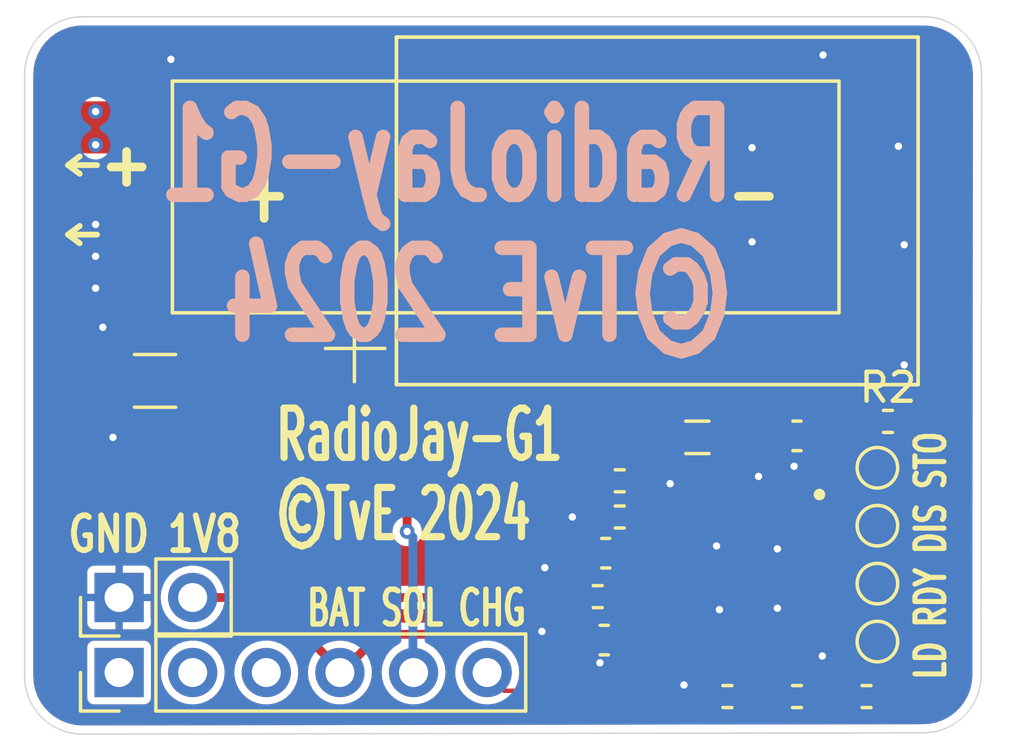
<source format=kicad_pcb>
(kicad_pcb (version 20240108) (generator "pcbnew") (generator_version "8.0")
  (layers (0 "F.Cu" signal) (31 "B.Cu" signal) (34 "B.Paste" user) (35 "F.Paste" user) (36 "B.SilkS" user "B.Silkscreen") (37 "F.SilkS" user "F.Silkscreen") (38 "B.Mask" user) (39 "F.Mask" user) (44 "Edge.Cuts" user))
  (net 0 "")
  (net 1 "GNDREF")
  (net 5 "Net-(U4-EN_HP)")
  (net 6 "+1V8")
  (net 7 "Net-(U4-BUFSRC)")
  (net 8 "Net-(U4-VINT)")
  (net 9 "Net-(U4-LIN)")
  (net 10 "Net-(U4-LOUT)")
  (net 11 "Net-(U4-STO_PRIO)")
  (net 12 "Net-(U4-STO_CFG[1])")
  (net 13 "Net-(U4-R_MPP[0])")
  (net 14 "Net-(U4-R_MPP[1])")
  (net 15 "Net-(U4-R_MPP[2])")
  (net 16 "Net-(U4-ST_LOAD)")
  (net 17 "Net-(U4-ST_STO_RDY)")
  (net 18 "Net-(U4-ST_STO)")
  (net 19 "Net-(U4-ST_STO_OVDIS)")
  (net 24 "/PWR_SLEEP")
  (net 25 "/BAT_CHARGE")
  (net 27 "/SOLAR")
  (net 28 "/VBAT")
  (footprint "Mostag:QFN40P500X500X85-41N-D" (layer "F.Cu") (at 75.525 34.5 -90)
    (property "Reference" "U4" (hide yes))
    (property "Value" "AEM10330-QFN" (hide yes))
    (fp_circle (center -2.875 -2.4) (end -2.875 -2.3) (stroke (width 0.2)) (fill none) (layer "F.SilkS"))
    (pad "1" smd rect (at -2.5 -1.8) (size 0.2 0.75) (layers "F.Cu" "F.Paste" "F.Mask") (net 27 "/SOLAR"))
    (pad "2" smd rect (at -2.5 -1.4) (size 0.2 0.75) (layers "F.Cu" "F.Paste" "F.Mask"))
    (pad "3" smd rect (at -2.5 -1) (size 0.2 0.75) (layers "F.Cu" "F.Paste" "F.Mask") (net 27 "/SOLAR"))
    (pad "4" smd rect (at -2.5 -0.6) (size 0.2 0.75) (layers "F.Cu" "F.Paste" "F.Mask") (net 1 "GNDREF"))
    (pad "5" smd rect (at -2.5 -0.2) (size 0.2 0.75) (layers "F.Cu" "F.Paste" "F.Mask") (net 1 "GNDREF"))
    (pad "6" smd rect (at -2.5 0.2) (size 0.2 0.75) (layers "F.Cu" "F.Paste" "F.Mask") (net 1 "GNDREF"))
    (pad "7" smd rect (at -2.5 0.6) (size 0.2 0.75) (layers "F.Cu" "F.Paste" "F.Mask") (net 7 "Net-(U4-BUFSRC)"))
    (pad "8" smd rect (at -2.5 1) (size 0.2 0.75) (layers "F.Cu" "F.Paste" "F.Mask") (net 9 "Net-(U4-LIN)"))
    (pad "9" smd rect (at -2.5 1.4) (size 0.2 0.75) (layers "F.Cu" "F.Paste" "F.Mask") (net 10 "Net-(U4-LOUT)"))
    (pad "10" smd rect (at -2.5 1.8) (size 0.2 0.75) (layers "F.Cu" "F.Paste" "F.Mask") (net 1 "GNDREF"))
    (pad "11" smd rect (at -1.8 2.5 270) (size 0.2 0.75) (layers "F.Cu" "F.Paste" "F.Mask") (net 15 "Net-(U4-R_MPP[2])"))
    (pad "12" smd rect (at -1.4 2.5 270) (size 0.2 0.75) (layers "F.Cu" "F.Paste" "F.Mask") (net 14 "Net-(U4-R_MPP[1])"))
    (pad "13" smd rect (at -1 2.5 270) (size 0.2 0.75) (layers "F.Cu" "F.Paste" "F.Mask") (net 8 "Net-(U4-VINT)"))
    (pad "14" smd rect (at -0.6 2.5 270) (size 0.2 0.75) (layers "F.Cu" "F.Paste" "F.Mask") (net 1 "GNDREF"))
    (pad "15" smd rect (at -0.2 2.5 270) (size 0.2 0.75) (layers "F.Cu" "F.Paste" "F.Mask") (net 13 "Net-(U4-R_MPP[0])"))
    (pad "16" smd rect (at 0.2 2.5 270) (size 0.2 0.75) (layers "F.Cu" "F.Paste" "F.Mask") (net 1 "GNDREF"))
    (pad "17" smd rect (at 0.6 2.5 270) (size 0.2 0.75) (layers "F.Cu" "F.Paste" "F.Mask") (net 6 "+1V8"))
    (pad "18" smd rect (at 1 2.5 270) (size 0.2 0.75) (layers "F.Cu" "F.Paste" "F.Mask") (net 1 "GNDREF"))
    (pad "19" smd rect (at 1.4 2.5 270) (size 0.2 0.75) (layers "F.Cu" "F.Paste" "F.Mask") (net 28 "/VBAT"))
    (pad "20" smd rect (at 1.8 2.5 270) (size 0.2 0.75) (layers "F.Cu" "F.Paste" "F.Mask") (net 25 "/BAT_CHARGE"))
    (pad "21" smd rect (at 2.5 1.8) (size 0.2 0.75) (layers "F.Cu" "F.Paste" "F.Mask"))
    (pad "22" smd rect (at 2.5 1.4) (size 0.2 0.75) (layers "F.Cu" "F.Paste" "F.Mask"))
    (pad "23" smd rect (at 2.5 1) (size 0.2 0.75) (layers "F.Cu" "F.Paste" "F.Mask"))
    (pad "24" smd rect (at 2.5 0.6) (size 0.2 0.75) (layers "F.Cu" "F.Paste" "F.Mask") (net 1 "GNDREF"))
    (pad "25" smd rect (at 2.5 0.2) (size 0.2 0.75) (layers "F.Cu" "F.Paste" "F.Mask"))
    (pad "26" smd rect (at 2.5 -0.2) (size 0.2 0.75) (layers "F.Cu" "F.Paste" "F.Mask") (net 1 "GNDREF"))
    (pad "27" smd rect (at 2.5 -0.6) (size 0.2 0.75) (layers "F.Cu" "F.Paste" "F.Mask") (net 1 "GNDREF"))
    (pad "28" smd rect (at 2.5 -1) (size 0.2 0.75) (layers "F.Cu" "F.Paste" "F.Mask") (net 5 "Net-(U4-EN_HP)"))
    (pad "29" smd rect (at 2.5 -1.4) (size 0.2 0.75) (layers "F.Cu" "F.Paste" "F.Mask") (net 11 "Net-(U4-STO_PRIO)"))
    (pad "30" smd rect (at 2.5 -1.8) (size 0.2 0.75) (layers "F.Cu" "F.Paste" "F.Mask") (net 1 "GNDREF"))
    (pad "31" smd rect (at 1.8 -2.5 270) (size 0.2 0.75) (layers "F.Cu" "F.Paste" "F.Mask") (net 1 "GNDREF"))
    (pad "32" smd rect (at 1.4 -2.5 270) (size 0.2 0.75) (layers "F.Cu" "F.Paste" "F.Mask") (net 1 "GNDREF"))
    (pad "33" smd rect (at 1 -2.5 270) (size 0.2 0.75) (layers "F.Cu" "F.Paste" "F.Mask") (net 1 "GNDREF"))
    (pad "34" smd rect (at 0.6 -2.5 270) (size 0.2 0.75) (layers "F.Cu" "F.Paste" "F.Mask") (net 12 "Net-(U4-STO_CFG[1])"))
    (pad "35" smd rect (at 0.2 -2.5 270) (size 0.2 0.75) (layers "F.Cu" "F.Paste" "F.Mask") (net 1 "GNDREF"))
    (pad "36" smd rect (at -0.2 -2.5 270) (size 0.2 0.75) (layers "F.Cu" "F.Paste" "F.Mask") (net 16 "Net-(U4-ST_LOAD)"))
    (pad "37" smd rect (at -0.6 -2.5 270) (size 0.2 0.75) (layers "F.Cu" "F.Paste" "F.Mask") (net 17 "Net-(U4-ST_STO_RDY)"))
    (pad "38" smd rect (at -1 -2.5 270) (size 0.2 0.75) (layers "F.Cu" "F.Paste" "F.Mask") (net 19 "Net-(U4-ST_STO_OVDIS)"))
    (pad "39" smd rect (at -1.4 -2.5 270) (size 0.2 0.75) (layers "F.Cu" "F.Paste" "F.Mask") (net 24 "/PWR_SLEEP"))
    (pad "40" smd rect (at -1.8 -2.5 270) (size 0.2 0.75) (layers "F.Cu" "F.Paste" "F.Mask") (net 18 "Net-(U4-ST_STO)"))
    (pad "41" smd rect (at 0 0 270) (size 3.25 3.25) (layers "F.Cu" "F.Paste" "F.Mask") (net 1 "GNDREF"))
  )
  (footprint "TestPoint:TestPoint_Pad_D1.0mm" (layer "F.Cu") (at 79.925 34.7 90)
    (property "Reference" "TP3" (hide yes))
    (property "Value" "TestPoint" (hide yes))
    (fp_circle (center 0 0) (end 0 0.7) (stroke (width 0.12)) (fill none) (layer "F.SilkS"))
    (pad "1" smd circle (at 0 0 90) (size 1 1) (layers "F.Cu" "F.Mask") (net 17 "Net-(U4-ST_STO_RDY)"))
  )
  (footprint "Connector_PinHeader_2.54mm:PinHeader_1x02_P2.54mm_Vertical" (layer "F.Cu") (at 53.76 35.18 90)
    (property "Reference" "J2" (hide yes))
    (property "Value" "Conn_01x02_Pin" (hide yes))
    (fp_line (start -1.33 -1.33) (end 0 -1.33) (stroke (width 0.12)) (layer "F.SilkS"))
    (fp_line (start -1.33 0) (end -1.33 -1.33) (stroke (width 0.12)) (layer "F.SilkS"))
    (fp_line (start 1.33 1.27) (end 1.33 3.87) (stroke (width 0.12)) (layer "F.SilkS"))
    (fp_line (start -1.33 1.27) (end 1.33 1.27) (stroke (width 0.12)) (layer "F.SilkS"))
    (fp_line (start -1.33 1.27) (end -1.33 3.87) (stroke (width 0.12)) (layer "F.SilkS"))
    (fp_line (start -1.33 3.87) (end 1.33 3.87) (stroke (width 0.12)) (layer "F.SilkS"))
    (pad "1" thru_hole rect (at 0 0 90) (size 1.7 1.7) (drill 1) (layers "*.Cu" "*.Mask") (net 1 "GNDREF"))
    (pad "2" thru_hole oval (at 0 2.54 90) (size 1.7 1.7) (drill 1) (layers "*.Cu" "*.Mask") (net 6 "+1V8"))
  )
  (footprint "Resistor_SMD:R_0402_1005Metric" (layer "F.Cu") (at 74.75 38.6 180)
    (property "Reference" "R1" (hide yes))
    (property "Value" "0R")
    (fp_line (start -0.153641 0.38) (end 0.153641 0.38) (stroke (width 0.12)) (layer "F.SilkS"))
    (fp_line (start -0.153641 -0.38) (end 0.153641 -0.38) (stroke (width 0.12)) (layer "F.SilkS"))
    (pad "1" smd roundrect (at -0.509999 0 180) (size 0.54 0.64) (layers "F.Cu" "F.Paste" "F.Mask") (net 5 "Net-(U4-EN_HP)"))
    (pad "2" smd roundrect (at 0.509999 0 180) (size 0.54 0.64) (layers "F.Cu" "F.Paste" "F.Mask") (net 1 "GNDREF"))
  )
  (footprint "Resistor_SMD:R_0402_1005Metric" (layer "F.Cu") (at 71.035 32.4)
    (property "Reference" "R9" (hide yes))
    (property "Value" "0R")
    (fp_line (start -0.153641 -0.38) (end 0.153641 -0.38) (stroke (width 0.12)) (layer "F.SilkS"))
    (fp_line (start -0.153641 0.38) (end 0.153641 0.38) (stroke (width 0.12)) (layer "F.SilkS"))
    (pad "1" smd roundrect (at -0.51 0) (size 0.54 0.64) (layers "F.Cu" "F.Paste" "F.Mask") (net 1 "GNDREF"))
    (pad "2" smd roundrect (at 0.51 0) (size 0.54 0.64) (layers "F.Cu" "F.Paste" "F.Mask") (net 14 "Net-(U4-R_MPP[1])"))
  )
  (footprint "TestPoint:TestPoint_Pad_D1.0mm" (layer "F.Cu") (at 79.925 36.7 90)
    (property "Reference" "TP2" (hide yes))
    (property "Value" "TestPoint" (hide yes))
    (fp_circle (center 0 0) (end 0 0.7) (stroke (width 0.12)) (fill none) (layer "F.SilkS"))
    (pad "1" smd circle (at 0 0 90) (size 1 1) (layers "F.Cu" "F.Mask") (net 16 "Net-(U4-ST_LOAD)"))
  )
  (footprint "Capacitor_SMD:C_0603_1608Metric" (layer "F.Cu") (at 70.5 36.65)
    (property "Reference" "C21" (hide yes))
    (property "Value" "4.7uF")
    (fp_line (start -0.14058 -0.51) (end 0.14058 -0.51) (stroke (width 0.12)) (layer "F.SilkS"))
    (fp_line (start -0.14058 0.51) (end 0.14058 0.51) (stroke (width 0.12)) (layer "F.SilkS"))
    (pad "1" smd roundrect (at -0.775 0) (size 0.9 0.95) (layers "F.Cu" "F.Paste" "F.Mask") (net 6 "+1V8"))
    (pad "2" smd roundrect (at 0.775 0) (size 0.9 0.95) (layers "F.Cu" "F.Paste" "F.Mask") (net 1 "GNDREF"))
  )
  (footprint "Mostag:SOLAR_ONP1.2-cut-12x18" (layer "F.Cu") (at 72.33 27.83)
    (property "Reference" "J4" (hide yes))
    (property "Value" "ONP")
    (fp_line (start -10.45 -2.45) (end -10.45 -0.1) (stroke (width 0.12)) (layer "F.SilkS"))
    (fp_line (start -9.4 -1.25) (end -11.45 -1.25) (stroke (width 0.12)) (layer "F.SilkS"))
    (fp_line (start -9 -12) (end 9 -12) (stroke (width 0.127)) (layer "F.SilkS"))
    (fp_line (start -9 0) (end -9 -12) (stroke (width 0.127)) (layer "F.SilkS"))
    (fp_line (start -9 0) (end 9 0) (stroke (width 0.127)) (layer "F.SilkS"))
    (fp_line (start 9 -12) (end 9 0) (stroke (width 0.127)) (layer "F.SilkS"))
    (pad "1" smd rect (at -8.63 -3) (size 2.5 2) (layers "F.Cu" "F.Paste" "F.Mask") (net 27 "/SOLAR"))
    (pad "2" smd rect (at 8.63 -3) (size 2.5 2) (layers "F.Cu" "F.Paste" "F.Mask") (net 1 "GNDREF"))
  )
  (footprint "Resistor_SMD:R_0402_1005Metric" (layer "F.Cu") (at 70.275 35.15)
    (property "Reference" "R8" (hide yes))
    (property "Value" "0R")
    (fp_line (start -0.153641 -0.38) (end 0.153641 -0.38) (stroke (width 0.12)) (layer "F.SilkS"))
    (fp_line (start -0.153641 0.38) (end 0.153641 0.38) (stroke (width 0.12)) (layer "F.SilkS"))
    (pad "1" smd roundrect (at -0.509999 0) (size 0.54 0.64) (layers "F.Cu" "F.Paste" "F.Mask") (net 1 "GNDREF"))
    (pad "2" smd roundrect (at 0.509999 0) (size 0.54 0.64) (layers "F.Cu" "F.Paste" "F.Mask") (net 13 "Net-(U4-R_MPP[0])"))
  )
  (footprint "Resistor_SMD:R_0402_1005Metric" (layer "F.Cu") (at 79.55 38.6 180)
    (property "Reference" "R7" (hide yes))
    (property "Value" "0R")
    (fp_line (start -0.153641 0.38) (end 0.153641 0.38) (stroke (width 0.12)) (layer "F.SilkS"))
    (fp_line (start -0.153641 -0.38) (end 0.153641 -0.38) (stroke (width 0.12)) (layer "F.SilkS"))
    (pad "1" smd roundrect (at -0.51 0 180) (size 0.54 0.64) (layers "F.Cu" "F.Paste" "F.Mask") (net 1 "GNDREF"))
    (pad "2" smd roundrect (at 0.51 0 180) (size 0.54 0.64) (layers "F.Cu" "F.Paste" "F.Mask") (net 12 "Net-(U4-STO_CFG[1])"))
  )
  (footprint "Resistor_SMD:R_0402_1005Metric" (layer "F.Cu") (at 77.15 38.6 180)
    (property "Reference" "R6" (hide yes))
    (property "Value" "0R")
    (fp_line (start -0.153641 0.38) (end 0.153641 0.38) (stroke (width 0.12)) (layer "F.SilkS"))
    (fp_line (start -0.153641 -0.38) (end 0.153641 -0.38) (stroke (width 0.12)) (layer "F.SilkS"))
    (pad "1" smd roundrect (at -0.51 0 180) (size 0.54 0.64) (layers "F.Cu" "F.Paste" "F.Mask") (net 1 "GNDREF"))
    (pad "2" smd roundrect (at 0.51 0 180) (size 0.54 0.64) (layers "F.Cu" "F.Paste" "F.Mask") (net 11 "Net-(U4-STO_PRIO)"))
  )
  (footprint "Connector_PinHeader_2.54mm:PinHeader_1x06_P2.54mm_Vertical" (layer "F.Cu") (at 53.76 37.77 90)
    (property "Reference" "J1" (hide yes))
    (property "Value" "Conn_01x08_Pin" (hide yes))
    (fp_line (start -1.33 -1.33) (end 0 -1.33) (stroke (width 0.12)) (layer "F.SilkS"))
    (fp_line (start -1.33 0) (end -1.33 -1.33) (stroke (width 0.12)) (layer "F.SilkS"))
    (fp_line (start 1.33 1.27) (end 1.33 14.03) (stroke (width 0.12)) (layer "F.SilkS"))
    (fp_line (start -1.33 1.27) (end 1.33 1.27) (stroke (width 0.12)) (layer "F.SilkS"))
    (fp_line (start -1.33 1.27) (end -1.33 14.03) (stroke (width 0.12)) (layer "F.SilkS"))
    (fp_line (start -1.33 14.03) (end 1.33 14.03) (stroke (width 0.12)) (layer "F.SilkS"))
    (pad "1" thru_hole rect (at 0 0 90) (size 1.7 1.7) (drill 1) (layers "*.Cu" "*.Mask"))
    (pad "2" thru_hole oval (at 0 2.54 90) (size 1.7 1.7) (drill 1) (layers "*.Cu" "*.Mask"))
    (pad "3" thru_hole oval (at 0 5.08 90) (size 1.7 1.7) (drill 1) (layers "*.Cu" "*.Mask"))
    (pad "4" thru_hole oval (at 0 7.62 90) (size 1.7 1.7) (drill 1) (layers "*.Cu" "*.Mask") (net 28 "/VBAT"))
    (pad "5" thru_hole oval (at 0 10.16 90) (size 1.7 1.7) (drill 1) (layers "*.Cu" "*.Mask") (net 27 "/SOLAR"))
    (pad "6" thru_hole oval (at 0 12.7 90) (size 1.7 1.7) (drill 1) (layers "*.Cu" "*.Mask") (net 25 "/BAT_CHARGE"))
  )
  (footprint "Capacitor_SMD:C_0603_1608Metric" (layer "F.Cu") (at 77.15 29.6)
    (property "Reference" "C19" (hide yes))
    (property "Value" "4.7uF")
    (fp_line (start -0.14058 -0.51) (end 0.14058 -0.51) (stroke (width 0.12)) (layer "F.SilkS"))
    (fp_line (start -0.14058 0.51) (end 0.14058 0.51) (stroke (width 0.12)) (layer "F.SilkS"))
    (pad "1" smd roundrect (at -0.775 0) (size 0.9 0.95) (layers "F.Cu" "F.Paste" "F.Mask") (net 7 "Net-(U4-BUFSRC)"))
    (pad "2" smd roundrect (at 0.775 0) (size 0.9 0.95) (layers "F.Cu" "F.Paste" "F.Mask") (net 1 "GNDREF"))
  )
  (footprint "Capacitor_SMD:C_0603_1608Metric" (layer "F.Cu") (at 70.55 33.65 180)
    (property "Reference" "C20" (hide yes))
    (property "Value" "4.7uF")
    (fp_line (start -0.14058 0.51) (end 0.14058 0.51) (stroke (width 0.12)) (layer "F.SilkS"))
    (fp_line (start -0.14058 -0.51) (end 0.14058 -0.51) (stroke (width 0.12)) (layer "F.SilkS"))
    (pad "1" smd roundrect (at -0.775 0 180) (size 0.9 0.95) (layers "F.Cu" "F.Paste" "F.Mask") (net 8 "Net-(U4-VINT)"))
    (pad "2" smd roundrect (at 0.775 0 180) (size 0.9 0.95) (layers "F.Cu" "F.Paste" "F.Mask") (net 1 "GNDREF"))
  )
  (footprint "Resistor_SMD:R_0402_1005Metric" (layer "F.Cu") (at 80.29 29.1)
    (property "Reference" "R2" (at 0 -1.17 360) (layer "F.SilkS"))
    (property "Value" "0R")
    (fp_line (start -0.153641 -0.38) (end 0.153641 -0.38) (stroke (width 0.12)) (layer "F.SilkS"))
    (fp_line (start -0.153641 0.38) (end 0.153641 0.38) (stroke (width 0.12)) (layer "F.SilkS"))
    (pad "1" smd roundrect (at -0.51 0) (size 0.54 0.64) (layers "F.Cu" "F.Paste" "F.Mask") (net 1 "GNDREF"))
    (pad "2" smd roundrect (at 0.51 0) (size 0.54 0.64) (layers "F.Cu" "F.Paste" "F.Mask") (net 24 "/PWR_SLEEP"))
  )
  (footprint "Inductor_SMD:L_0805_2012Metric" (layer "F.Cu") (at 73.7125 29.65)
    (property "Reference" "L3" (hide yes))
    (property "Value" "10µH")
    (fp_line (start -0.399622 -0.56) (end 0.399622 -0.56) (stroke (width 0.12)) (layer "F.SilkS"))
    (fp_line (start -0.399622 0.56) (end 0.399622 0.56) (stroke (width 0.12)) (layer "F.SilkS"))
    (pad "1" smd roundrect (at -1.0625 0) (size 0.875 1.2) (layers "F.Cu" "F.Paste" "F.Mask") (net 10 "Net-(U4-LOUT)"))
    (pad "2" smd roundrect (at 1.0625 0) (size 0.875 1.2) (layers "F.Cu" "F.Paste" "F.Mask") (net 9 "Net-(U4-LIN)"))
  )
  (footprint "Mostag:IXOLAR-23x8" (layer "F.Cu") (at 67.1 21.35)
    (property "Reference" "J3" (hide yes))
    (property "Value" "IXOLAR")
    (fp_line (start -11.5 -4) (end -11.5 4) (stroke (width 0.12)) (layer "F.SilkS"))
    (fp_line (start -11.5 4) (end 11.5 4) (stroke (width 0.12)) (layer "F.SilkS"))
    (fp_line (start 11.5 -4) (end -11.5 -4) (stroke (width 0.12)) (layer "F.SilkS"))
    (fp_line (start 11.5 4) (end 11.5 -4) (stroke (width 0.12)) (layer "F.SilkS"))
    (fp_text user "-" (at 7.5 1 0) (layer "F.SilkS") (effects (font (size 2 1.4) (thickness 0.3) (bold yes)) (justify left bottom)))
    (fp_text user "+" (at -9.4 1 0) (layer "F.SilkS") (effects (font (size 2 1.4) (thickness 0.3) (bold yes)) (justify left bottom)))
    (pad "1" smd roundrect (at -10.9 0) (size 2.5 7) (layers "F.Cu" "F.Paste" "F.Mask") (roundrect_rratio 0.2) (net 27 "/SOLAR"))
    (pad "2" smd roundrect (at 10.9 0) (size 2.5 7) (layers "F.Cu" "F.Paste" "F.Mask") (roundrect_rratio 0.2) (net 1 "GNDREF"))
  )
  (footprint "Mostag:LiPO-tabs-top-5mm" (layer "F.Cu") (at 53 21.45 -90)
    (property "Reference" "J5" (hide yes))
    (property "Value" "BAT")
    (fp_line (start -1.2 1) (end -1.5 0.6) (stroke (width 0.2)) (layer "F.SilkS"))
    (fp_line (start -1.2 1) (end -0.9 0.6) (stroke (width 0.2)) (layer "F.SilkS"))
    (fp_line (start 1.2 1) (end 0.9 0.6) (stroke (width 0.2)) (layer "F.SilkS"))
    (fp_line (start 1.2 1) (end 1.5 0.6) (stroke (width 0.2)) (layer "F.SilkS"))
    (fp_line (start -1.2 0) (end -1.2 1) (stroke (width 0.2)) (layer "F.SilkS"))
    (fp_line (start 1.2 0) (end 1.2 1) (stroke (width 0.2)) (layer "F.SilkS"))
    (fp_text user "+" (at -2.2 -0.3 -90) (layer "F.SilkS") (effects (font (size 1.4 1.4) (thickness 0.3) (bold yes)) (justify left bottom)))
    (pad "1" smd roundrect (at 2.5 0 270) (size 1.8 1.5) (layers "F.Cu" "F.Mask") (net 1 "GNDREF"))
    (pad "2" smd roundrect (at -2.5 0 270) (size 1.8 1.5) (layers "F.Cu" "F.Mask") (net 28 "/VBAT"))
  )
  (footprint "Resistor_SMD:R_0402_1005Metric" (layer "F.Cu") (at 71.035 31.15)
    (property "Reference" "R10" (hide yes))
    (property "Value" "0R")
    (fp_line (start -0.153641 -0.38) (end 0.153641 -0.38) (stroke (width 0.12)) (layer "F.SilkS"))
    (fp_line (start -0.153641 0.38) (end 0.153641 0.38) (stroke (width 0.12)) (layer "F.SilkS"))
    (pad "1" smd roundrect (at -0.51 0) (size 0.54 0.64) (layers "F.Cu" "F.Paste" "F.Mask") (net 1 "GNDREF"))
    (pad "2" smd roundrect (at 0.51 0) (size 0.54 0.64) (layers "F.Cu" "F.Paste" "F.Mask") (net 15 "Net-(U4-R_MPP[2])"))
  )
  (footprint "TestPoint:TestPoint_Pad_D1.0mm" (layer "F.Cu") (at 79.925 30.7)
    (property "Reference" "TP4" (hide yes))
    (property "Value" "TestPoint" (hide yes))
    (fp_circle (center 0 0) (end 0 0.7) (stroke (width 0.12)) (fill none) (layer "F.SilkS"))
    (pad "1" smd circle (at 0 0) (size 1 1) (layers "F.Cu" "F.Mask") (net 18 "Net-(U4-ST_STO)"))
  )
  (footprint "TestPoint:TestPoint_Pad_D1.0mm" (layer "F.Cu") (at 79.925 32.7 90)
    (property "Reference" "TP5" (hide yes))
    (property "Value" "TestPoint" (hide yes))
    (fp_circle (center 0 0) (end 0 0.7) (stroke (width 0.12)) (fill none) (layer "F.SilkS"))
    (pad "1" smd circle (at 0 0 90) (size 1 1) (layers "F.Cu" "F.Mask") (net 19 "Net-(U4-ST_STO_OVDIS)"))
  )
  (footprint "Capacitor_SMD:C_1206_3216Metric" (layer "F.Cu") (at 55 27.7 180)
    (property "Reference" "C18" (hide yes))
    (property "Value" "100uF")
    (fp_line (start -0.711252 0.91) (end 0.711252 0.91) (stroke (width 0.12)) (layer "F.SilkS"))
    (fp_line (start -0.711252 -0.91) (end 0.711252 -0.91) (stroke (width 0.12)) (layer "F.SilkS"))
    (pad "1" smd roundrect (at -1.475 0 180) (size 1.15 1.8) (layers "F.Cu" "F.Paste" "F.Mask") (roundrect_rratio 0.217391) (net 28 "/VBAT"))
    (pad "2" smd roundrect (at 1.475 0 180) (size 1.15 1.8) (layers "F.Cu" "F.Paste" "F.Mask") (roundrect_rratio 0.217391) (net 1 "GNDREF"))
  )
  (gr_line (start 52.5 15.13) (end 81.52 15.13) (stroke (width 0.05)) (layer "Edge.Cuts"))
  (gr_arc (start 83.501756 37.854786) (mid 82.916419 39.26679) (end 81.504787 39.853023) (stroke (width 0.05)) (layer "Edge.Cuts"))
  (gr_line (start 83.501756 37.854786) (end 83.52 17.13) (stroke (width 0.05)) (layer "Edge.Cuts"))
  (gr_arc (start 52.50303 39.896965) (mid 51.086858 39.312252) (end 50.5 37.896967) (stroke (width 0.05)) (layer "Edge.Cuts"))
  (gr_arc (start 81.52 15.13) (mid 82.934214 15.715786) (end 83.52 17.13) (stroke (width 0.05)) (layer "Edge.Cuts"))
  (gr_line (start 52.50303 39.896965) (end 81.504787 39.853023) (stroke (width 0.05)) (layer "Edge.Cuts"))
  (gr_arc (start 50.5 17.13) (mid 51.085786 15.715786) (end 52.5 15.13) (stroke (width 0.05)) (layer "Edge.Cuts"))
  (gr_line (start 50.5 17.13) (end 50.5 37.896967) (stroke (width 0.05)) (layer "Edge.Cuts"))
  (gr_text "RadioJay-G1\n©TvE 2024" (at 75.2 26.5 0) (layer "B.SilkS") (effects (font (size 3 2) (thickness 0.5) (bold yes)) (justify left bottom mirror)))
  (gr_text "BAT SOL CHG" (at 60.15 36.25 0) (layer "F.SilkS") (effects (font (size 1.2 0.75) (thickness 0.1875) (bold yes)) (justify left bottom)))
  (gr_text "GND 1V8" (at 51.9 33.7 0) (layer "F.SilkS") (effects (font (size 1.2 0.9) (thickness 0.2) (bold yes)) (justify left bottom)))
  (gr_text "RadioJay-G1\n©TvE 2024" (at 59.05 33.3 0) (layer "F.SilkS") (effects (font (size 1.7 1) (thickness 0.25) (bold yes)) (justify left bottom)))
  (gr_text "LD RDY DIS STO" (at 82.35 38.1 90) (layer "F.SilkS") (effects (font (size 1 0.7) (thickness 0.175) (bold yes)) (justify left bottom)))
  (segment (start 77.85 29.6) (end 77.15 30.3) (width 0.1524) (layer "F.Cu") (net 1))
  (segment (start 75.725 32) (end 75.725 31.35) (width 0.2286) (layer "F.Cu") (net 1))
  (segment (start 77.325 37) (end 77.325 36.3) (width 0.2286) (layer "F.Cu") (net 1))
  (segment (start 74.925 37) (end 74.925 35.8) (width 0.2286) (layer "F.Cu") (net 1))
  (segment (start 76.125 35.8) (end 76.075 35.75) (width 0.2286) (layer "F.Cu") (net 1))
  (segment (start 72.239901 35.485099) (end 71.275 36.45) (width 0.2286) (layer "F.Cu") (net 1))
  (segment (start 77.975 37) (end 78.025 36.95) (width 0.2286) (layer "F.Cu") (net 1))
  (segment (start 78.025 35.5) (end 76.475 35.55) (width 0.2286) (layer "F.Cu") (net 1))
  (segment (start 75.825 31) (end 76.125 31.177503) (width 0.2286) (layer "F.Cu") (net 1))
  (segment (start 69.765001 33.709999) (end 69.775 33.7) (width 0.1524) (layer "F.Cu") (net 1))
  (segment (start 75.325 31.4) (end 75.375 31.35) (width 0.2286) (layer "F.Cu") (net 1))
  (segment (start 75.725 37.6084) (end 75.6917 37.6417) (width 0.2286) (layer "F.Cu") (net 1))
  (segment (start 73.010099 35.485099) (end 72.239901 35.485099) (width 0.2286) (layer "F.Cu") (net 1))
  (segment (start 74.925 37.6084) (end 74.2 38.3334) (width 0.2286) (layer "F.Cu") (net 1))
  (segment (start 71.275 36.45) (end 71.275 36.65) (width 0.2286) (layer "F.Cu") (net 1))
  (segment (start 75.725 31.35) (end 75.952503 31.35) (width 0.2286) (layer "F.Cu") (net 1))
  (segment (start 77.66 37.565) (end 78.025 37.2) (width 0.1524) (layer "F.Cu") (net 1))
  (segment (start 75.375 31.35) (end 75.725 31.35) (width 0.2286) (layer "F.Cu") (net 1))
  (segment (start 77.925 29.6) (end 77.85 29.6) (width 0.1524) (layer "F.Cu") (net 1))
  (segment (start 76.125 32) (end 76.125 31.177503) (width 0.2286) (layer "F.Cu") (net 1))
  (segment (start 73.725 32.575) (end 74.1 32.95) (width 0.2286) (layer "F.Cu") (net 1))
  (segment (start 74.475 35.6) (end 74.275 35.5) (width 0.2286) (layer "F.Cu") (net 1))
  (segment (start 75.725 37) (end 75.725 35.5) (width 0.2286) (layer "F.Cu") (net 1))
  (segment (start 75.325 32) (end 75.325 33.225) (width 0.2286) (layer "F.Cu") (net 1))
  (segment (start 75.952503 31.35) (end 75.825 31) (width 0.2286) (layer "F.Cu") (net 1))
  (segment (start 74.9583 37.6417) (end 74.925 37.6084) (width 0.2286) (layer "F.Cu") (net 1))
  (segment (start 73.025 34.7) (end 74.225 34.7) (width 0.2286) (layer "F.Cu") (net 1))
  (segment (start 75.725 35.5) (end 75.675 35.45) (width 0.2286) (layer "F.Cu") (net 1))
  (segment (start 76.475 35.55) (end 76.725 35.5) (width 0.2286) (layer "F.Cu") (net 1))
  (segment (start 77.66 38.6) (end 77.66 37.565) (width 0.1524) (layer "F.Cu") (net 1))
  (segment (start 69.765001 35.15) (end 69.765001 33.709999) (width 0.3048) (layer "F.Cu") (net 1))
  (segment (start 77.075 35.9) (end 76.975 35.8) (width 0.2286) (layer "F.Cu") (net 1))
  (segment (start 76.125 33.025) (end 76.15 33.05) (width 0.2286) (layer "F.Cu") (net 1))
  (segment (start 74.2 38.3334) (end 74.2 38.65) (width 0.2286) (layer "F.Cu") (net 1))
  (segment (start 75.325 32) (end 75.325 31.4) (width 0.2286) (layer "F.Cu") (net 1))
  (segment (start 74.925 37) (end 74.925 37.6084) (width 0.2286) (layer "F.Cu") (net 1))
  (segment (start 73.725 31.55) (end 73.275 31.1) (width 0.2286) (layer "F.Cu") (net 1))
  (segment (start 75.325 33.225) (end 75.3 33.25) (width 0.2286) (layer "F.Cu") (net 1))
  (segment (start 75.725 37) (end 75.725 37.6084) (width 0.2286) (layer "F.Cu") (net 1))
  (segment (start 75.6917 37.6417) (end 74.9583 37.6417) (width 0.2286) (layer "F.Cu") (net 1))
  (segment (start 78.025 36.3) (end 77.325 36.3) (width 0.2286) (layer "F.Cu") (net 1))
  (segment (start 76.125 37) (end 76.125 35.8) (width 0.2286) (layer "F.Cu") (net 1))
  (segment (start 73.025 33.9) (end 74.375 33.9) (width 0.2286) (layer "F.Cu") (net 1))
  (segment (start 78.025 36.95) (end 78.025 36.3) (width 0.2286) (layer "F.Cu") (net 1))
  (segment (start 77.325 36.3) (end 76.975 35.95) (width 0.2286) (layer "F.Cu") (net 1))
  (segment (start 77.85 29.6) (end 77.2 28.95) (width 0.1524) (layer "F.Cu") (net 1))
  (segment (start 73.725 32) (end 73.725 32.575) (width 0.2286) (layer "F.Cu") (net 1))
  (segment (start 78.025 34.7) (end 76.925 34.7) (width 0.2286) (layer "F.Cu") (net 1))
  (segment (start 73.025 35.5) (end 73.010099 35.485099) (width 0.2286) (layer "F.Cu") (net 1))
  (segment (start 73.725 32) (end 73.725 31.55) (width 0.2286) (layer "F.Cu") (net 1))
  (segment (start 76.125 32) (end 76.125 33.025) (width 0.2286) (layer "F.Cu") (net 1))
  (segment (start 73.725 32) (end 73.225 32) (width 0.2286) (layer "F.Cu") (net 1))
  (segment (start 78.025 37.2) (end 77.975 37) (width 0.2286) (layer "F.Cu") (net 1))
  (segment (start 77.325 37) (end 78.025 37.2) (width 0.2286) (layer "F.Cu") (net 1))
  (segment (start 76.925 34.7) (end 76.875 34.75) (width 0.2286) (layer "F.Cu") (net 1))
  (segment (start 73.025 35.5) (end 74.475 35.6) (width 0.2286) (layer "F.Cu") (net 1))
  (segment (start 78.025 35.9) (end 77.075 35.9) (width 0.2286) (layer "F.Cu") (net 1))
  (via (at 76.475 33.5) (size 0.508) (drill 0.254) (layers "F.Cu" "B.Cu") (net 1))
  (via (at 68.35 36.35) (size 0.508) (drill 0.254) (layers "F.Cu" "B.Cu") (net 1))
  (via (at 74.375 33.4) (size 0.508) (drill 0.254) (layers "F.Cu" "B.Cu") (net 1))
  (via (at 78.05 16.45) (size 0.508) (drill 0.254) (layers "F.Cu" "B.Cu") (net 1))
  (via (at 80.85 27.15) (size 0.508) (drill 0.254) (layers "F.Cu" "B.Cu") (net 1))
  (via (at 52.95 22.3) (size 0.508) (drill 0.254) (layers "F.Cu" "B.Cu") (net 1))
  (via (at 53.2 25.85) (size 0.508) (drill 0.254) (layers "F.Cu" "B.Cu") (net 1))
  (via (at 80.65 19.6) (size 0.508) (drill 0.254) (layers "F.Cu" "B.Cu") (net 1))
  (via (at 75.6 22.9) (size 0.508) (drill 0.254) (layers "F.Cu" "B.Cu") (net 1))
  (via (at 75.6 19.65) (size 0.508) (drill 0.254) (layers "F.Cu" "B.Cu") (net 1))
  (via (at 55.55 16.6) (size 0.508) (drill 0.254) (layers "F.Cu" "B.Cu") (net 1))
  (via (at 72.775 31.25) (size 0.508) (drill 0.254) (layers "F.Cu" "B.Cu") (net 1))
  (via (at 78.025 37.2) (size 0.508) (drill 0.254) (layers "F.Cu" "B.Cu") (net 1))
  (via (at 80.85 23) (size 0.508) (drill 0.254) (layers "F.Cu" "B.Cu") (net 1))
  (via (at 77.05 30.65) (size 0.508) (drill 0.254) (layers "F.Cu" "B.Cu") (net 1))
  (via (at 73.25 38.2) (size 0.508) (drill 0.254) (layers "F.Cu" "B.Cu") (net 1))
  (via (at 52.95 24.5) (size 0.508) (drill 0.254) (layers "F.Cu" "B.Cu") (net 1))
  (via (at 75.825 31) (size 0.508) (drill 0.254) (layers "F.Cu" "B.Cu") (net 1))
  (via (at 68.45 34.15) (size 0.508) (drill 0.254) (layers "F.Cu" "B.Cu") (net 1))
  (via (at 76.475 35.55) (size 0.508) (drill 0.254) (layers "F.Cu" "B.Cu") (net 1))
  (via (at 52.95 23.4) (size 0.508) (drill 0.254) (layers "F.Cu" "B.Cu") (net 1))
  (via (at 53.55 29.65) (size 0.508) (drill 0.254) (layers "F.Cu" "B.Cu") (net 1))
  (via (at 70.349408 37.4348) (size 0.508) (drill 0.254) (layers "F.Cu" "B.Cu") (net 1))
  (via (at 74.475 35.6) (size 0.508) (drill 0.254) (layers "F.Cu" "B.Cu") (net 1))
  (via (at 69.4 32.4) (size 0.508) (drill 0.254) (layers "F.Cu" "B.Cu") (net 1))
  (segment (start 76.525 37) (end 76.525 37.725) (width 0.1524) (layer "F.Cu") (net 5))
  (segment (start 76.525 37.725) (end 75.65 38.6) (width 0.1524) (layer "F.Cu") (net 5))
  (segment (start 75.65 38.6) (end 75.3 38.6) (width 0.1524) (layer "F.Cu") (net 5))
  (segment (start 73.025 35.1) (end 72.059934 35.1) (width 0.2286) (layer "F.Cu") (net 6))
  (segment (start 72.059934 35.1) (end 71.259934 35.9) (width 0.2286) (layer "F.Cu") (net 6))
  (segment (start 70.375 35.9) (end 69.675 36.6) (width 0.2286) (layer "F.Cu") (net 6))
  (segment (start 68.33 35.18) (end 69.75 36.6) (width 0.3048) (layer "F.Cu") (net 6))
  (segment (start 56.3 35.18) (end 68.33 35.18) (width 0.3048) (layer "F.Cu") (net 6))
  (segment (start 71.259934 35.9) (end 70.375 35.9) (width 0.2286) (layer "F.Cu") (net 6))
  (segment (start 74.925 31.05) (end 76.375 29.6) (width 0.1524) (layer "F.Cu") (net 7))
  (segment (start 74.925 32) (end 74.925 31.05) (width 0.1524) (layer "F.Cu") (net 7))
  (segment (start 71.475 33.5) (end 71.325 33.65) (width 0.1524) (layer "F.Cu") (net 8))
  (segment (start 73.025 33.5) (end 71.475 33.5) (width 0.1524) (layer "F.Cu") (net 8))
  (segment (start 74.525 32) (end 74.525 29.9) (width 0.1524) (layer "F.Cu") (net 9))
  (segment (start 74.525 29.9) (end 74.775 29.65) (width 0.1524) (layer "F.Cu") (net 9))
  (segment (start 74.125 31.15) (end 72.625 29.65) (width 0.1524) (layer "F.Cu") (net 10))
  (segment (start 74.125 32) (end 74.125 31.15) (width 0.1524) (layer "F.Cu") (net 10))
  (segment (start 76.925 37) (end 76.925 38.275) (width 0.1524) (layer "F.Cu") (net 11))
  (segment (start 76.925 38.275) (end 76.6 38.6) (width 0.1524) (layer "F.Cu") (net 11))
  (segment (start 78.025 35.1) (end 78.5572 35.1) (width 0.1524) (layer "F.Cu") (net 12))
  (segment (start 78.7 38.3) (end 79 38.6) (width 0.1524) (layer "F.Cu") (net 12))
  (segment (start 78.7 35.2428) (end 78.7 38.3) (width 0.1524) (layer "F.Cu") (net 12))
  (segment (start 78.5572 35.1) (end 78.7 35.2428) (width 0.1524) (layer "F.Cu") (net 12))
  (segment (start 73.025 34.3) (end 72.375 34.3) (width 0.1524) (layer "F.Cu") (net 13))
  (segment (start 71.575 35.1) (end 70.725 35.1) (width 0.1524) (layer "F.Cu") (net 13))
  (segment (start 72.375 34.3) (end 71.575 35.1) (width 0.1524) (layer "F.Cu") (net 13))
  (segment (start 73.025 33.1) (end 72.275 33.1) (width 0.1524) (layer "F.Cu") (net 14))
  (segment (start 72.275 33.1) (end 71.525 32.35) (width 0.1524) (layer "F.Cu") (net 14))
  (segment (start 71.525 31.2) (end 71.525 31.1) (width 0.1524) (layer "F.Cu") (net 15))
  (segment (start 73.025 32.7) (end 71.525 31.2) (width 0.1524) (layer "F.Cu") (net 15))
  (segment (start 79.0048 35.7798) (end 79.925 36.7) (width 0.1524) (layer "F.Cu") (net 16))
  (segment (start 79.0048 34.7476) (end 79.0048 35.7798) (width 0.1524) (layer "F.Cu") (net 16))
  (segment (start 78.5572 34.3) (end 79.0048 34.7476) (width 0.1524) (layer "F.Cu") (net 16))
  (segment (start 78.025 34.3) (end 78.5572 34.3) (width 0.1524) (layer "F.Cu") (net 16))
  (segment (start 79.125 33.9) (end 79.925 34.7) (width 0.1524) (layer "F.Cu") (net 17))
  (segment (start 78.025 33.9) (end 79.125 33.9) (width 0.1524) (layer "F.Cu") (net 17))
  (segment (start 78.025 32.7) (end 79.875 30.85) (width 0.1524) (layer "F.Cu") (net 18))
  (segment (start 79.875 30.85) (end 79.875 30.7) (width 0.1524) (layer "F.Cu") (net 18))
  (segment (start 78.025 33.5) (end 79.125 33.5) (width 0.1524) (layer "F.Cu") (net 19))
  (segment (start 79.125 33.5) (end 79.925 32.7) (width 0.1524) (layer "F.Cu") (net 19))
  (segment (start 78.75 32.6) (end 79.75 31.6) (width 0.1524) (layer "F.Cu") (net 24))
  (segment (start 78.5572 33.1) (end 78.75 32.9072) (width 0.1524) (layer "F.Cu") (net 24))
  (segment (start 80.8 31.05) (end 80.8 29.1) (width 0.1524) (layer "F.Cu") (net 24))
  (segment (start 78.75 32.9072) (end 78.75 32.6) (width 0.1524) (layer "F.Cu") (net 24))
  (segment (start 79.75 31.6) (end 80.25 31.6) (width 0.1524) (layer "F.Cu") (net 24))
  (segment (start 80.25 31.6) (end 80.8 31.05) (width 0.1524) (layer "F.Cu") (net 24))
  (segment (start 78.025 33.1) (end 78.5572 33.1) (width 0.1524) (layer "F.Cu") (net 24))
  (segment (start 71.625 38.4) (end 67.05 38.4) (width 0.1524) (layer "F.Cu") (net 25))
  (segment (start 73.025 36.3) (end 73.025 37) (width 0.1524) (layer "F.Cu") (net 25))
  (segment (start 73.025 37) (end 71.625 38.4) (width 0.1524) (layer "F.Cu") (net 25))
  (segment (start 67.05 38.4) (end 66.5 37.85) (width 0.1524) (layer "F.Cu") (net 25))
  (segment (start 63.7 24.83) (end 63.7 32.9) (width 0.3048) (layer "F.Cu") (net 27))
  (segment (start 77.1833 31.3583) (end 77.325 31.5) (width 0.2286) (layer "F.Cu") (net 27))
  (segment (start 56.2 21.35) (end 60.2 21.35) (width 0.3048) (layer "F.Cu") (net 27))
  (segment (start 78.8 30.25) (end 77.6917 31.3583) (width 0.3048) (layer "F.Cu") (net 27))
  (segment (start 76.5583 31.3583) (end 77.1833 31.3583) (width 0.2286) (layer "F.Cu") (net 27))
  (segment (start 60.2 21.35) (end 63.75 24.9) (width 0.3048) (layer "F.Cu") (net 27))
  (segment (start 76.525 31.3916) (end 76.5583 31.3583) (width 0.2286) (layer "F.Cu") (net 27))
  (segment (start 63.7 24.83) (end 74.83 24.83) (width 0.3048) (layer "F.Cu") (net 27))
  (segment (start 77.325 31.5) (end 77.325 32) (width 0.2286) (layer "F.Cu") (net 27))
  (segment (start 78.8 28.8) (end 78.8 30.25) (width 0.3048) (layer "F.Cu") (net 27))
  (segment (start 77.6917 31.3583) (end 77.1833 31.3583) (width 0.3048) (layer "F.Cu") (net 27))
  (segment (start 74.83 24.83) (end 78.8 28.8) (width 0.3048) (layer "F.Cu") (net 27))
  (segment (start 76.525 32) (end 76.525 31.3916) (width 0.2286) (layer "F.Cu") (net 27))
  (via (at 63.7 32.9) (size 0.508) (drill 0.254) (layers "F.Cu" "B.Cu") (net 27))
  (segment (start 63.9 37.8) (end 63.9 34.3) (width 0.3048) (layer "B.Cu") (net 27))
  (segment (start 63.9 33.1) (end 63.7 32.9) (width 0.3048) (layer "B.Cu") (net 27))
  (segment (start 63.9 34.3) (end 63.9 33.1) (width 0.3048) (layer "B.Cu") (net 27))
  (segment (start 63.85 37.85) (end 63.9 37.8) (width 0.3048) (layer "B.Cu") (net 27))
  (segment (start 61.4 37.8) (end 62.75 36.45) (width 0.3048) (layer "F.Cu") (net 28))
  (segment (start 55 29.175) (end 55 35.85) (width 0.3048) (layer "F.Cu") (net 28))
  (segment (start 67.15 36.45) (end 68.719 38.019) (width 0.3048) (layer "F.Cu") (net 28))
  (segment (start 68.719 38.019) (end 71.467184 38.019) (width 0.3048) (layer "F.Cu") (net 28))
  (segment (start 71.467184 38.019) (end 72.25 37.236184) (width 0.3048) (layer "F.Cu") (net 28))
  (segment (start 53 18.95) (end 54.35 20.3) (width 0.3048) (layer "F.Cu") (net 28))
  (segment (start 55 35.85) (end 55.65 36.5) (width 0.3048) (layer "F.Cu") (net 28))
  (segment (start 72.25 36.074999) (end 72.4208 35.904199) (width 0.3048) (layer "F.Cu") (net 28))
  (segment (start 72.4166 35.9) (end 72.3833 35.9333) (width 0.2286) (layer "F.Cu") (net 28))
  (segment (start 72.25 37.236184) (end 72.25 36.074999) (width 0.3048) (layer "F.Cu") (net 28))
  (segment (start 60.2 36.5) (end 61.4 37.7) (width 0.3048) (layer "F.Cu") (net 28))
  (segment (start 54.35 25.4) (end 56.6 27.65) (width 0.3048) (layer "F.Cu") (net 28))
  (segment (start 73.025 35.9) (end 72.4166 35.9) (width 0.2286) (layer "F.Cu") (net 28))
  (segment (start 62.75 36.45) (end 67.15 36.45) (width 0.3048) (layer "F.Cu") (net 28))
  (segment (start 55.65 36.5) (end 60.2 36.5) (width 0.3048) (layer "F.Cu") (net 28))
  (segment (start 56.475 27.7) (end 55 29.175) (width 0.3048) (layer "F.Cu") (net 28))
  (segment (start 54.35 20.3) (end 54.35 25.4) (width 0.3048) (layer "F.Cu") (net 28))
  (via (at 52.95 18.4) (size 0.508) (drill 0.254) (layers "F.Cu" "B.Cu") (net 28))
  (via (at 52.95 19.55) (size 0.508) (drill 0.254) (layers "F.Cu" "B.Cu") (net 28))
  (zone (net 1) (net_name "GNDREF") (layers "F&B.Cu") (connect_pads (clearance 0.25)) (min_thickness 0.25) (fill yes (thermal_gap 0.25) (thermal_bridge_width 0.25) (island_removal_mode 2) (island_area_min 10))
    (polygon (pts (xy 49.9 14.55) (xy 50 14.7) (xy 49.95 40.3) (xy 85 40.15) (xy 84.45 14.7)))
  )
)
</source>
